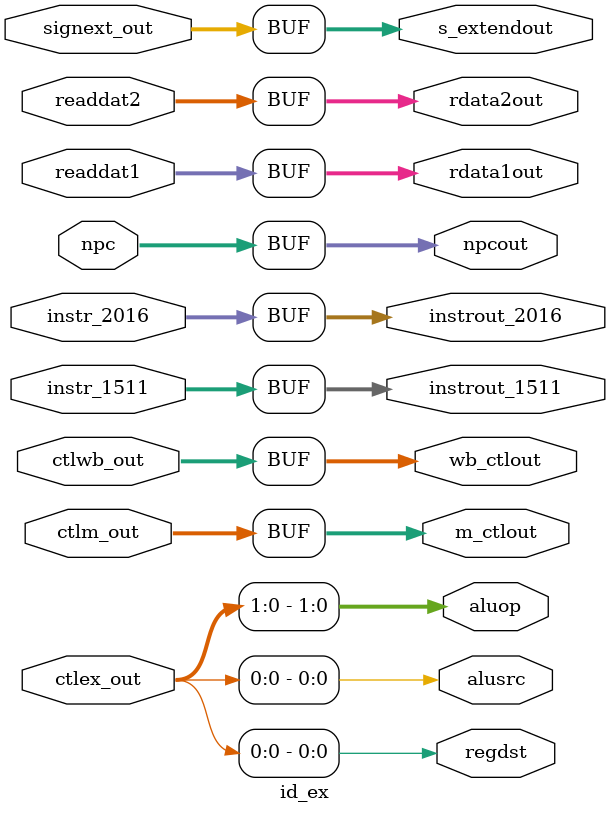
<source format=v>
`timescale 1ns / 1ps
/*   id_ex.v  */
module id_ex(
	input		wire 	[1:0]		ctlwb_out,
	input		wire 	[2:0]		ctlm_out,
	input		wire 	[3:0]		ctlex_out,
	input		wire 	[31:0]	npc, readdat1, readdat2, signext_out,
	input		wire	[4:0]		instr_2016, instr_1511,
	output	reg	[1:0]		wb_ctlout,
	output	reg	[2:0]		m_ctlout,
	output	reg				regdst, alusrc,
	output	reg	[1:0]		aluop, 
	output	reg 	[31:0]	npcout, rdata1out, rdata2out, s_extendout,
	output	reg	[4:0]		instrout_2016, instrout_1511
 );
		
initial 
begin
      //Assign 0's to everything
  		wb_ctlout <= 0;
	  	m_ctlout <= 0;
	  	regdst <=  0;
	  	aluop <=  0;
	  	alusrc <= 0;
	  	npcout <= 0;
	  	rdata1out <= 0; 
	  	rdata2out <=  0;
	  	s_extendout <= 0;
		  instrout_2016 <= 0; 
		  instrout_1511 <= 0;
end

always @ * 
begin
     //Wire the inputs to the outputs corresponding outputs
 		 #1
	 	 wb_ctlout <= ctlwb_out;
		 m_ctlout <= ctlm_out;
		 regdst <= ctlex_out;
		 aluop <= ctlex_out;
		 alusrc <= ctlex_out;
		 npcout <= npc;
		 rdata1out <= readdat1;
		 rdata2out <= readdat2;
		 s_extendout <= signext_out;
		 instrout_2016 <= instr_2016;
		 instrout_1511 <= instr_1511;
end
endmodule //id_ex

</source>
